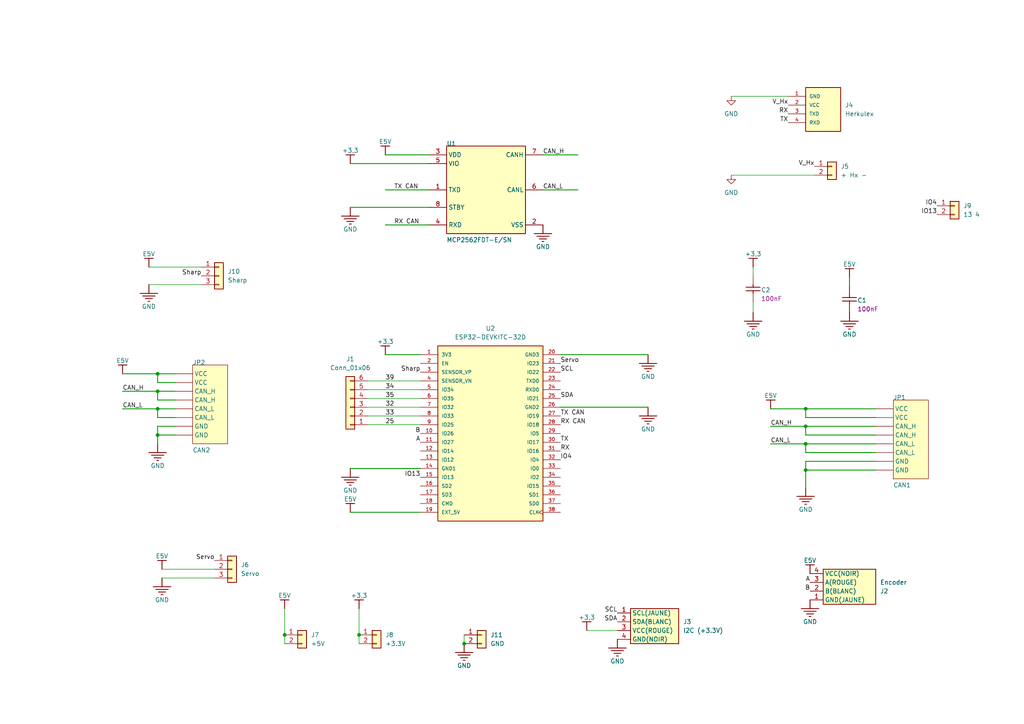
<source format=kicad_sch>
(kicad_sch (version 20230121) (generator eeschema)
  (paper "A4")
  (title_block (title "CaptCouleur") (rev "V0.0"))
  (lib_symbols
    (symbol "0_Ge2:ESP32-DEVKITC-32D" (pin_names (offset 1.016))
      (property "Reference" "U" (at -15.2654 26.0604 0))
      (property "Value" "ESP32-DEVKITC-32D" (at -15.2654 -27.9654 0))
      (symbol "ESP32-DEVKITC-32D_0_0"
        (rectangle (start -15.24 -25.4) (end 15.24 25.4) (stroke (width 0.254)) (fill (type background)))
        (pin power_in line (at -20.32 22.86 0) (length 5.08) (name "3V3") (number "1"))
        (pin bidirectional line (at -20.32 0 0) (length 5.08) (name "IO26") (number "10"))
        (pin bidirectional line (at -20.32 -2.54 0) (length 5.08) (name "IO27") (number "11"))
        (pin bidirectional line (at -20.32 -5.08 0) (length 5.08) (name "IO14") (number "12"))
        (pin bidirectional line (at -20.32 -7.62 0) (length 5.08) (name "IO12") (number "13"))
        (pin power_in line (at -20.32 -10.16 0) (length 5.08) (name "GND1") (number "14"))
        (pin bidirectional line (at -20.32 -12.7 0) (length 5.08) (name "IO13") (number "15"))
        (pin bidirectional line (at -20.32 -15.24 0) (length 5.08) (name "SD2") (number "16"))
        (pin bidirectional line (at -20.32 -17.78 0) (length 5.08) (name "SD3") (number "17"))
        (pin bidirectional line (at -20.32 -20.32 0) (length 5.08) (name "CMD") (number "18"))
        (pin power_in line (at -20.32 -22.86 0) (length 5.08) (name "EXT_5V") (number "19"))
        (pin input line (at -20.32 20.32 0) (length 5.08) (name "EN") (number "2"))
        (pin power_in line (at 20.32 22.86 180) (length 5.08) (name "GND3") (number "20"))
        (pin bidirectional line (at 20.32 20.32 180) (length 5.08) (name "IO23") (number "21"))
        (pin bidirectional line (at 20.32 17.78 180) (length 5.08) (name "IO22") (number "22"))
        (pin output line (at 20.32 15.24 180) (length 5.08) (name "TXD0") (number "23"))
        (pin input line (at 20.32 12.7 180) (length 5.08) (name "RXD0") (number "24"))
        (pin bidirectional line (at 20.32 10.16 180) (length 5.08) (name "IO21") (number "25"))
        (pin power_in line (at 20.32 7.62 180) (length 5.08) (name "GND2") (number "26"))
        (pin bidirectional line (at 20.32 5.08 180) (length 5.08) (name "IO19") (number "27"))
        (pin bidirectional line (at 20.32 2.54 180) (length 5.08) (name "IO18") (number "28"))
        (pin bidirectional line (at 20.32 0 180) (length 5.08) (name "IO5") (number "29"))
        (pin input line (at -20.32 17.78 0) (length 5.08) (name "SENSOR_VP") (number "3"))
        (pin bidirectional line (at 20.32 -2.54 180) (length 5.08) (name "IO17") (number "30"))
        (pin bidirectional line (at 20.32 -5.08 180) (length 5.08) (name "IO16") (number "31"))
        (pin bidirectional line (at 20.32 -7.62 180) (length 5.08) (name "IO4") (number "32"))
        (pin bidirectional line (at 20.32 -10.16 180) (length 5.08) (name "IO0") (number "33"))
        (pin bidirectional line (at 20.32 -12.7 180) (length 5.08) (name "IO2") (number "34"))
        (pin bidirectional line (at 20.32 -15.24 180) (length 5.08) (name "IO15") (number "35"))
        (pin bidirectional line (at 20.32 -17.78 180) (length 5.08) (name "SD1") (number "36"))
        (pin bidirectional line (at 20.32 -20.32 180) (length 5.08) (name "SD0") (number "37"))
        (pin input clock (at 20.32 -22.86 180) (length 5.08) (name "CLK") (number "38"))
        (pin input line (at -20.32 15.24 0) (length 5.08) (name "SENSOR_VN") (number "4"))
        (pin bidirectional line (at -20.32 12.7 0) (length 5.08) (name "IO34") (number "5"))
        (pin bidirectional line (at -20.32 10.16 0) (length 5.08) (name "IO35") (number "6"))
        (pin bidirectional line (at -20.32 7.62 0) (length 5.08) (name "IO32") (number "7"))
        (pin bidirectional line (at -20.32 5.08 0) (length 5.08) (name "IO33") (number "8"))
        (pin bidirectional line (at -20.32 2.54 0) (length 5.08) (name "IO25") (number "9"))
      )
    )
    (symbol "0_Ge2:Encodeur"
      (property "Reference" "J" (at -1.27 -1.27 0))
      (property "Value" "Encoder" (at -1.27 -13.97 0))
      (symbol "Encodeur_1_1"
        (rectangle (start -1.27 -2.54) (end 13.97 -12.7) (stroke (width 0.254)) (fill (type background)))
        (pin passive line (at -5.08 -3.81 0) (length 3.81) (name "GND(JAUNE)") (number "1"))
        (pin passive line (at -5.08 -6.35 0) (length 3.81) (name "B(BLANC)") (number "2"))
        (pin passive line (at -5.08 -8.89 0) (length 3.81) (name "A(ROUGE)") (number "3"))
        (pin passive line (at -5.08 -11.43 0) (length 3.81) (name "VCC(NOIR)") (number "4"))
      )
    )
    (symbol "0_Ge2:GROVE_I2C"
      (property "Reference" "J" (at -1.27 -2.54 0))
      (property "Value" "GROVE_I2C" (at -1.27 -15.24 0))
      (symbol "GROVE_I2C_1_1"
        (rectangle (start -1.27 -3.81) (end 12.7 -13.97) (stroke (width 0.254)) (fill (type background)))
        (pin passive line (at -5.08 -5.08 0) (length 3.81) (name "SCL(JAUNE)") (number "1"))
        (pin passive line (at -5.08 -7.62 0) (length 3.81) (name "SDA(BLANC)") (number "2"))
        (pin passive line (at -5.08 -10.16 0) (length 3.81) (name "VCC(ROUGE)") (number "3"))
        (pin passive line (at -5.08 -12.7 0) (length 3.81) (name "GND(NOIR)") (number "4"))
      )
    )
    (symbol "0_Ge2:Herkulex" (pin_names (offset 1.016))
      (property "Reference" "J" (at 0 1.27 0))
      (property "Value" "Herkulex" (at 0 -15.24 0))
      (symbol "Herkulex_0_0"
        (rectangle (start 0 -12.7) (end 10.16 0) (stroke (width 0.254)) (fill (type background)))
      )
      (symbol "Herkulex_1_0"
        (pin passive line (at -5.08 -2.54 0) (length 5.08) (name "GND") (number "1"))
        (pin passive line (at -5.08 -5.08 0) (length 5.08) (name "VCC") (number "2"))
        (pin passive line (at -5.08 -7.62 0) (length 5.08) (name "TXD") (number "3"))
        (pin passive line (at -5.08 -10.16 0) (length 5.08) (name "RXD") (number "4"))
      )
    )
    (symbol "0_SymbGamelGe2_v6:Autocom2" (pin_names (offset 1.016) hide)
      (property "Reference" "J" (at 0 2.54 0))
      (property "Value" "Autocom2" (at 0 -5.08 0))
      (symbol "Autocom2_1_1"
        (rectangle (start -1.27 -2.413) (end 0 -2.667) (stroke (width 0.1524)))
        (rectangle (start -1.27 0.127) (end 0 -0.127) (stroke (width 0.1524)))
        (rectangle (start -1.27 1.27) (end 1.27 -3.81) (stroke (width 0.254)) (fill (type background)))
        (pin passive line (at -5.08 0 0) (length 3.81) (name "Pin_1") (number "1"))
        (pin passive line (at -5.08 -2.54 0) (length 3.81) (name "Pin_2") (number "2"))
      )
    )
    (symbol "0_SymbGamelGe2_v6:Autocom3" (pin_names (offset 1.016) hide)
      (property "Reference" "J" (at 0 5.08 0))
      (property "Value" "Autocom3" (at 0 -5.08 0))
      (symbol "Autocom3_1_1"
        (rectangle (start -1.27 -2.413) (end 0 -2.667) (stroke (width 0.1524)))
        (rectangle (start -1.27 0.127) (end 0 -0.127) (stroke (width 0.1524)))
        (rectangle (start -1.27 2.667) (end 0 2.413) (stroke (width 0.1524)))
        (rectangle (start -1.27 3.81) (end 1.27 -3.81) (stroke (width 0.254)) (fill (type background)))
        (pin passive line (at -5.08 2.54 0) (length 3.81) (name "Pin_1") (number "1"))
        (pin passive line (at -5.08 0 0) (length 3.81) (name "Pin_2") (number "2"))
        (pin passive line (at -5.08 -2.54 0) (length 3.81) (name "Pin_3") (number "3"))
      )
    )
    (symbol "Connector_Generic:Conn_01x02" (pin_names (offset 1.016) hide)
      (property "Reference" "J" (at 0 2.54 0))
      (property "Value" "Conn_01x02" (at 0 -5.08 0))
      (symbol "Conn_01x02_1_1"
        (rectangle (start -1.27 -2.413) (end 0 -2.667) (stroke (width 0.1524)))
        (rectangle (start -1.27 0.127) (end 0 -0.127) (stroke (width 0.1524)))
        (rectangle (start -1.27 1.27) (end 1.27 -3.81) (stroke (width 0.254)) (fill (type background)))
        (pin passive line (at -5.08 0 0) (length 3.81) (name "Pin_1") (number "1"))
        (pin passive line (at -5.08 -2.54 0) (length 3.81) (name "Pin_2") (number "2"))
      )
    )
    (symbol "Connector_Generic:Conn_01x06" (pin_names (offset 1.016) hide)
      (property "Reference" "J" (at 0 7.62 0))
      (property "Value" "Conn_01x06" (at 0 -10.16 0))
      (symbol "Conn_01x06_1_1"
        (rectangle (start -1.27 -7.493) (end 0 -7.747) (stroke (width 0.1524)))
        (rectangle (start -1.27 -4.953) (end 0 -5.207) (stroke (width 0.1524)))
        (rectangle (start -1.27 -2.413) (end 0 -2.667) (stroke (width 0.1524)))
        (rectangle (start -1.27 0.127) (end 0 -0.127) (stroke (width 0.1524)))
        (rectangle (start -1.27 2.667) (end 0 2.413) (stroke (width 0.1524)))
        (rectangle (start -1.27 5.207) (end 0 4.953) (stroke (width 0.1524)))
        (rectangle (start -1.27 6.35) (end 1.27 -8.89) (stroke (width 0.254)) (fill (type background)))
        (pin passive line (at -5.08 5.08 0) (length 3.81) (name "Pin_1") (number "1"))
        (pin passive line (at -5.08 2.54 0) (length 3.81) (name "Pin_2") (number "2"))
        (pin passive line (at -5.08 0 0) (length 3.81) (name "Pin_3") (number "3"))
        (pin passive line (at -5.08 -2.54 0) (length 3.81) (name "Pin_4") (number "4"))
        (pin passive line (at -5.08 -5.08 0) (length 3.81) (name "Pin_5") (number "5"))
        (pin passive line (at -5.08 -7.62 0) (length 3.81) (name "Pin_6") (number "6"))
      )
    )
    (symbol "WifiCAN-altium-import:+3,3" (power)
      (property "Reference" "#PWR" (at 0 0 0))
      (property "Value" "+3,3" (at 0 3.81 0))
      (symbol "+3,3_0_0"
        (polyline (pts (xy -1.27 -2.54) (xy 1.27 -2.54)) (stroke (width 0.254)))
        (polyline (pts (xy 0 0) (xy 0 -2.54)) (stroke (width 0.254)))
        (pin power_in line (at 0 0 0) (length 0) hide (name "+3,3") (number ""))
      )
    )
    (symbol "WifiCAN-altium-import:0_Conn. - CAN"
      (property "Value" "0_Conn. - CAN" (at 0 0 0))
      (symbol "0_Conn. - CAN_1_0"
        (rectangle (start 15.24 5.08) (end 5.08 -17.78) (fill (type background)))
        (pin passive line (at 0 0 0) (length 5.08) (name "VCC") (number "1"))
        (pin passive line (at 0 -12.7 0) (length 5.08) (name "GND") (number "2"))
        (pin passive line (at 0 -10.16 0) (length 5.08) (name "CAN_L") (number "3"))
        (pin passive line (at 0 -5.08 0) (length 5.08) (name "CAN_H") (number "4"))
        (pin passive line (at 0 -2.54 0) (length 5.08) (name "CAN_H") (number "5"))
        (pin passive line (at 0 -7.62 0) (length 5.08) (name "CAN_L") (number "6"))
        (pin passive line (at 0 -15.24 0) (length 5.08) (name "GND") (number "7"))
        (pin passive line (at 0 2.54 0) (length 5.08) (name "VCC") (number "8"))
      )
    )
    (symbol "WifiCAN-altium-import:0_fcb6c66e4429206983adab9201371df"
      (property "Value" "0_fcb6c66e4429206983adab9201371df" (at 0 0 0))
      (symbol "0_fcb6c66e4429206983adab9201371df_1_0"
        (rectangle (start 27.94 2.54) (end 5.08 -22.86) (stroke (width 0.254)) (fill (type background)))
        (pin input line (at 0 -10.16 0) (length 5.08) (name "TXD") (number "1"))
        (pin power_in line (at 33.02 -20.32 180) (length 5.08) (name "VSS") (number "2"))
        (pin power_in line (at 0 0 0) (length 5.08) (name "VDD") (number "3"))
        (pin output line (at 0 -20.32 0) (length 5.08) (name "RXD") (number "4"))
        (pin power_in line (at 0 -2.54 0) (length 5.08) (name "VIO") (number "5"))
        (pin bidirectional line (at 33.02 -10.16 180) (length 5.08) (name "CANL") (number "6"))
        (pin bidirectional line (at 33.02 0 180) (length 5.08) (name "CANH") (number "7"))
        (pin input line (at 0 -15.24 0) (length 5.08) (name "STBY") (number "8"))
      )
    )
    (symbol "WifiCAN-altium-import:1_Cap_np"
      (property "Value" "1_Cap_np" (at 0 0 0))
      (symbol "1_Cap_np_1_0"
        (polyline (pts (xy -2.032 4.318) (xy 2.032 4.318)) (stroke (width 0.254)))
        (polyline (pts (xy 0 2.54) (xy 0 3.302)) (stroke (width 0.254)))
        (polyline (pts (xy 0 5.08) (xy 0 4.318)) (stroke (width 0.254)))
        (polyline (pts (xy 2.032 3.302) (xy -2.032 3.302)) (stroke (width 0.254)))
        (pin passive line (at 0 0 90) (length 2.54) (name "1") (number "1"))
        (pin passive line (at 0 7.62 270) (length 2.54) (name "2") (number "2"))
      )
    )
    (symbol "WifiCAN-altium-import:E5V" (power)
      (property "Reference" "#PWR" (at 0 0 0))
      (property "Value" "E5V" (at 0 3.81 0))
      (symbol "E5V_0_0"
        (polyline (pts (xy -1.27 -2.54) (xy 1.27 -2.54)) (stroke (width 0.254)))
        (polyline (pts (xy 0 0) (xy 0 -2.54)) (stroke (width 0.254)))
        (pin power_in line (at 0 0 0) (length 0) hide (name "E5V") (number ""))
      )
    )
    (symbol "WifiCAN-altium-import:GND" (power)
      (property "Reference" "#PWR" (at 0 0 0))
      (property "Value" "GND" (at 0 6.35 0))
      (symbol "GND_0_0"
        (polyline (pts (xy -2.54 -2.54) (xy 2.54 -2.54)) (stroke (width 0.254)))
        (polyline (pts (xy -1.778 -3.302) (xy 1.778 -3.302)) (stroke (width 0.254)))
        (polyline (pts (xy -1.016 -4.064) (xy 1.016 -4.064)) (stroke (width 0.254)))
        (polyline (pts (xy -0.254 -4.826) (xy 0.254 -4.826)) (stroke (width 0.254)))
        (polyline (pts (xy 0 0) (xy 0 -2.54)) (stroke (width 0.254)))
        (pin power_in line (at 0 0 0) (length 0) hide (name "GND") (number ""))
      )
    )
    (symbol "power:GND" (power) (pin_names (offset 0))
      (property "Value" "GND" (at 0 -3.81 0))
      (symbol "GND_0_1"
        (polyline (pts (xy 0 0) (xy 0 -1.27) (xy 1.27 -1.27) (xy 0 -2.54) (xy -1.27 -1.27) (xy 0 -1.27)))
      )
      (symbol "GND_1_1"
        (pin power_in line (at 0 0 270) (length 0) hide (name "GND") (number "1"))
      )
    )
  )
  (junction (at 134.62 186.69))
  (junction (at 45.72 108.4072))
  (junction (at 233.68 118.5672))
  (junction (at 45.72 118.5672))
  (junction (at 233.68 123.6472))
  (junction (at 82.55 184.15))
  (junction (at 104.14 184.15))
  (junction (at 233.68 136.3472))
  (junction (at 45.72 113.4872))
  (junction (at 233.68 128.7272))
  (junction (at 45.72 126.1872))
  (wire (pts (xy 111.76 44.9072) (xy 124.46 44.9072)) (stroke (width 0.254)))
  (wire (pts (xy 233.68 126.1872) (xy 233.68 123.6472)) (stroke (width 0.254)))
  (wire (pts (xy 45.72 123.6472) (xy 45.72 126.1872)) (stroke (width 0.254)))
  (wire (pts (xy 223.52 123.6472) (xy 233.68 123.6472)) (stroke (width 0.254)))
  (wire (pts (xy 170.18 182.88) (xy 179.07 182.88)))
  (wire (pts (xy 233.68 121.1072) (xy 233.68 118.5672)) (stroke (width 0.254)))
  (wire (pts (xy 82.55 176.53) (xy 82.55 184.15)))
  (wire (pts (xy 45.72 108.4072) (xy 50.8 108.4072)) (stroke (width 0.254)))
  (wire (pts (xy 104.14 184.15) (xy 104.14 186.69)))
  (wire (pts (xy 233.68 136.3472) (xy 233.68 141.4272)) (stroke (width 0.254)))
  (wire (pts (xy 106.68 113.03) (xy 121.92 113.03)))
  (wire (pts (xy 246.38 80.4672) (xy 246.38 83.0072)) (stroke (width 0.254)))
  (wire (pts (xy 233.68 128.7272) (xy 254 128.7272)) (stroke (width 0.254)))
  (wire (pts (xy 101.6 148.59) (xy 121.92 148.59)) (stroke (width 0.254)))
  (wire (pts (xy 233.68 123.6472) (xy 254 123.6472)) (stroke (width 0.254)))
  (wire (pts (xy 111.76 55.0672) (xy 124.46 55.0672)) (stroke (width 0.254)))
  (wire (pts (xy 45.72 126.1872) (xy 45.72 128.7272)) (stroke (width 0.254)))
  (wire (pts (xy 254 126.1872) (xy 233.68 126.1872)) (stroke (width 0.254)))
  (wire (pts (xy 254 121.1072) (xy 233.68 121.1072)) (stroke (width 0.254)))
  (wire (pts (xy 35.56 108.4072) (xy 45.72 108.4072)) (stroke (width 0.254)))
  (wire (pts (xy 111.76 102.87) (xy 121.92 102.87)) (stroke (width 0.254)))
  (wire (pts (xy 134.62 184.15) (xy 134.62 186.69)))
  (wire (pts (xy 43.18 77.47) (xy 58.42 77.47)))
  (wire (pts (xy 101.6 47.4472) (xy 124.46 47.4472)) (stroke (width 0.254)))
  (wire (pts (xy 35.56 113.4872) (xy 45.72 113.4872)) (stroke (width 0.254)))
  (wire (pts (xy 106.68 120.65) (xy 121.92 120.65)))
  (wire (pts (xy 101.6 135.89) (xy 121.92 135.89)) (stroke (width 0.254)))
  (wire (pts (xy 101.6 60.1472) (xy 124.46 60.1472)) (stroke (width 0.254)))
  (wire (pts (xy 212.09 27.94) (xy 228.6 27.94)))
  (wire (pts (xy 106.68 123.19) (xy 121.92 123.19)))
  (wire (pts (xy 82.55 184.15) (xy 82.55 186.69)))
  (wire (pts (xy 162.56 118.11) (xy 187.96 118.11)) (stroke (width 0.254)))
  (wire (pts (xy 223.52 128.7272) (xy 233.68 128.7272)) (stroke (width 0.254)))
  (wire (pts (xy 46.99 167.64) (xy 62.23 167.64)))
  (wire (pts (xy 162.56 102.87) (xy 187.96 102.87)) (stroke (width 0.254)))
  (wire (pts (xy 233.68 133.8072) (xy 233.68 136.3472)) (stroke (width 0.254)))
  (wire (pts (xy 254 131.2672) (xy 233.68 131.2672)) (stroke (width 0.254)))
  (wire (pts (xy 218.44 80.01) (xy 218.44 77.47)))
  (wire (pts (xy 46.99 165.1) (xy 62.23 165.1)))
  (wire (pts (xy 106.68 118.11) (xy 121.92 118.11)))
  (wire (pts (xy 50.8 121.1072) (xy 45.72 121.1072)) (stroke (width 0.254)))
  (wire (pts (xy 106.68 115.57) (xy 121.92 115.57)))
  (wire (pts (xy 45.72 116.0272) (xy 45.72 113.4872)) (stroke (width 0.254)))
  (wire (pts (xy 50.8 116.0272) (xy 45.72 116.0272)) (stroke (width 0.254)))
  (wire (pts (xy 45.72 113.4872) (xy 50.8 113.4872)) (stroke (width 0.254)))
  (wire (pts (xy 35.56 118.5672) (xy 45.72 118.5672)) (stroke (width 0.254)))
  (wire (pts (xy 106.68 110.49) (xy 121.92 110.49)))
  (wire (pts (xy 233.68 118.5672) (xy 254 118.5672)) (stroke (width 0.254)))
  (wire (pts (xy 50.8 126.1872) (xy 45.72 126.1872)) (stroke (width 0.254)))
  (wire (pts (xy 50.8 123.6472) (xy 45.72 123.6472)) (stroke (width 0.254)))
  (wire (pts (xy 50.8 110.9472) (xy 45.72 110.9472)) (stroke (width 0.254)))
  (wire (pts (xy 45.72 110.9472) (xy 45.72 108.4072)) (stroke (width 0.254)))
  (wire (pts (xy 223.52 118.5672) (xy 233.68 118.5672)) (stroke (width 0.254)))
  (wire (pts (xy 233.68 131.2672) (xy 233.68 128.7272)) (stroke (width 0.254)))
  (wire (pts (xy 254 136.3472) (xy 233.68 136.3472)) (stroke (width 0.254)))
  (wire (pts (xy 167.64 44.9072) (xy 157.48 44.9072)) (stroke (width 0.254)))
  (wire (pts (xy 43.18 82.55) (xy 58.42 82.55)))
  (wire (pts (xy 104.14 176.53) (xy 104.14 184.15)))
  (wire (pts (xy 167.64 55.0672) (xy 157.48 55.0672)) (stroke (width 0.254)))
  (wire (pts (xy 45.72 121.1072) (xy 45.72 118.5672)) (stroke (width 0.254)))
  (wire (pts (xy 212.09 50.8) (xy 236.22 50.8)))
  (wire (pts (xy 254 133.8072) (xy 233.68 133.8072)) (stroke (width 0.254)))
  (wire (pts (xy 45.72 118.5672) (xy 50.8 118.5672)) (stroke (width 0.254)))
  (wire (pts (xy 218.44 87.63) (xy 218.44 90.6272)))
  (wire (pts (xy 111.76 65.2272) (xy 124.46 65.2272)) (stroke (width 0.254)))
  (label "SCL" (at 162.56 107.95 0))
  (label "SCL" (at 179.07 177.8 180))
  (label "Sharp" (at 58.42 80.01 180))
  (label "IO13" (at 271.78 62.23 180))
  (label "33" (at 111.76 120.65 0))
  (label "A" (at 234.95 168.91 180))
  (label "CAN_H" (at 223.52 123.6472 0))
  (label "RX CAN" (at 162.56 123.19 0))
  (label "39" (at 111.76 110.49 0))
  (label "Servo" (at 62.23 162.56 180))
  (label "V_Hx" (at 236.22 48.26 180))
  (label "TX" (at 228.6 35.56 180))
  (label "CAN_L" (at 223.52 128.7272 0))
  (label "25" (at 111.76 123.19 0))
  (label "RX" (at 228.6 33.02 180))
  (label "TX CAN" (at 162.56 120.65 0))
  (label "RX" (at 162.56 130.81 0))
  (label "TX" (at 162.56 128.27 0))
  (label "V_Hx" (at 228.6 30.48 180))
  (label "B" (at 121.92 125.73 180))
  (label "CAN_L" (at 157.48 55.0672 0))
  (label "A" (at 121.92 128.27 180))
  (label "32" (at 111.76 118.11 0))
  (label "TX CAN" (at 114.3 55.0672 0))
  (label "Servo" (at 162.56 105.41 0))
  (label "CAN_H" (at 35.56 113.4872 0))
  (label "B" (at 234.95 171.45 180))
  (label "34" (at 111.76 113.03 0))
  (label "IO4" (at 162.56 133.35 0))
  (label "CAN_L" (at 35.56 118.5672 0))
  (label "SDA" (at 162.56 115.57 0))
  (label "SDA" (at 179.07 180.34 180))
  (label "35" (at 111.76 115.57 0))
  (label "RX CAN" (at 114.3 65.2272 0))
  (label "IO13" (at 121.92 138.43 180))
  (label "Sharp" (at 121.92 107.95 180))
  (label "IO4" (at 271.78 59.69 180))
  (label "CAN_H" (at 157.48 44.9072 0))
  (symbol (lib_id "WifiCAN-altium-import:0_Conn. - CAN") (at 254 121.1072 0) (unit 1)
    (property "Reference" "JP1" (at 259.08 116.0272 0) (effects (justify left bottom)))
    (property "Value" "CAN1" (at 259.08 141.4272 0) (effects (justify left bottom)))
    (property "Footprint" "MM 8 CMS F" (effects hide))
    (property "COMPONENTLINK1URL" "http://www.tycoelectronics.com/commerce/DocumentDelivery/DDEController?Action=srchrtrv&DocNm=215083&DocType=Customer+Drawing&DocLang=English" (effects hide))
    (property "COMPONENTLINK1DESCRIPTION" "Datasheet" (effects hide))
    (property "SUPPLIER 1" "Farnell" (effects hide))
    (property "SUPPLIER PART NUMBER 1" "3784733" (effects hide))
    (property "MANUFACTURER" "TE CONNECTIVITY / AMP" (effects hide))
    (property "MANUFACTURER PART NUMBER" "7-188275-8" (effects hide))
    (property "ROHS" "YES" (effects hide))
    (property "STOCK 1" "13392" (effects hide))
    (property "PRICING 1" "10=0,92, 250=0,72, 900=0,64 (EUR)" (effects hide))
    (property "SÉRIE" "Micro-MaTch" (effects hide))
    (property "PAS" "1.27" (effects hide))
    (property "NOMBRE DE RANGÉES" "1" (effects hide))
    (property "NOMBRE DE CONTACTS" "8" (effects hide))
    (property "GENRE" "Embase" (effects hide))
    (property "TERMINAISON DU CONTACT" "Montage en surface vertical" (effects hide))
    (property "PLAQUAGE DU CONTACT" "Tin" (effects hide))
    (property "MATÉRIAU DU CONTACT" "Bronze phosphoreux" (effects hide))
    (property "CONNECTOR TYPE" "Board to Board" (effects hide))
    (property "COURANT DE CONTACT" "1.5" (effects hide))
    (property "MATIÈRE, CONTACT" "Bronze phosphoreux" (effects hide))
    (property "MÉTHODE DE TERMINAISON" "Solder" (effects hide))
    (property "NOMBRE DE PÂLES" "8" (effects hide))
    (property "NOMBRE DE VOIES" "8" (effects hide))
    (property "NUMÉRO AWG MAX.." "28" (effects hide))
    (property "PLAQUAGE CONTACT" "Etain / Plomb" (effects hide))
    (property "RÉSISTANCE, CONTACT" "50" (effects hide))
    (property "TEMPÉRATURE DE FONCTIONNEMENT MAX.." "105" (effects hide))
    (property "TEMPÉRATURE D'UTILISATION MIN" "-40" (effects hide))
    (property "TENSION C.A." "230" (effects hide))
    (property "TYPE DE BOITIER" "Polyester chargé verre" (effects hide))
    (property "TYPE DE CONNECTEUR" "Carte-à-carte" (effects hide))
    (property "COMPONENTLINK2URL" "http://www.tycoelectronics.com/commerce/DocumentDelivery/DDEController?Action=srchrtrv&DocNm=7-188275-8&DocType=Customer+View+Model&DocLang=English" (effects hide))
    (property "COMPONENTLINK2DESCRIPTION" "http://www.tycoelectronics.com/commerce/DocumentDelivery/DDEController?Action=srchrtrv&DocNm=7-188275-8&DocType=Customer+View+Model&DocLang=English" (effects hide))
    (property "COMPONENTLINK3URL" "http://www.farnell.com/datasheets/102135.pdf" (effects hide))
    (property "COMPONENTLINK3DESCRIPTION" "http://www.farnell.com/datasheets/102135.pdf" (effects hide))
  )
  (symbol (lib_id "WifiCAN-altium-import:GND") (at 234.95 173.99 0) (unit 1)
    (property "Reference" "#PWR03" (effects hide))
    (property "Value" "GND" (at 234.95 180.34 0))
  )
  (symbol (lib_id "WifiCAN-altium-import:E5V") (at 234.95 166.37 180) (unit 1)
    (property "Reference" "#PWR02" (effects hide))
    (property "Value" "E5V" (at 234.95 162.56 0))
  )
  (symbol (lib_id "WifiCAN-altium-import:GND") (at 43.18 82.55 0) (unit 1)
    (property "Reference" "#PWR016" (effects hide))
    (property "Value" "GND" (at 43.18 88.9 0))
  )
  (symbol (lib_id "0_Ge2:Herkulex") (at 233.68 25.4 0) (unit 1)
    (property "Reference" "J4" (at 245.11 30.48 0) (effects (justify left)))
    (property "Value" "Herkulex" (at 245.11 33.02 0) (effects (justify left)))
    (property "Footprint" "0_FootprintGe2:TE_292161-4" (effects hide))
    (property "Datasheet" "TE_292161-4" (effects hide))
    (property "Description" "\nConn, Rect,Wire to Board,PCB Plug,4 Cont,Thru-Hole,MT Series,0.079 Pin-Spng | TE Connectivity 292161-4\n" (effects hide))
    (property "MANUFACTURER" "TE Connectivity" (effects hide))
  )
  (symbol (lib_id "WifiCAN-altium-import:GND") (at 46.99 167.64 0) (unit 1)
    (property "Reference" "#PWR09" (effects hide))
    (property "Value" "GND" (at 46.99 173.99 0))
  )
  (symbol (lib_id "power:GND") (at 212.09 27.94 0) (unit 1)
    (property "Reference" "#PWR06" (effects hide))
    (property "Value" "GND" (at 212.09 33.02 0))
  )
  (symbol (lib_id "WifiCAN-altium-import:GND") (at 187.96 118.11 0) (unit 1)
    (property "Reference" "#PWR0106" (effects hide))
    (property "Value" "GND" (at 187.96 124.46 0))
  )
  (symbol (lib_id "WifiCAN-altium-import:+3,3") (at 170.18 182.88 180) (unit 1)
    (property "Reference" "#PWR05" (effects hide))
    (property "Value" "+3,3" (at 170.18 179.07 0))
  )
  (symbol (lib_id "0_Ge2:Encodeur") (at 240.03 177.8 0) (mirror x) (unit 1)
    (property "Reference" "J2" (at 255.27 171.45 0) (effects (justify left)))
    (property "Value" "Encoder" (at 255.27 168.91 0) (effects (justify left)))
    (property "Footprint" "0_FootprintGe2:SEEED_110990030" (effects hide))
  )
  (symbol (lib_id "WifiCAN-altium-import:GND") (at 218.44 90.6272 0) (unit 1)
    (property "Reference" "#PWR0104" (effects hide))
    (property "Value" "GND" (at 218.44 96.9772 0))
  )
  (symbol (lib_id "WifiCAN-altium-import:E5V") (at 82.55 176.53 180) (unit 1)
    (property "Reference" "#PWR014" (effects hide))
    (property "Value" "E5V" (at 82.55 172.72 0))
  )
  (symbol (lib_id "WifiCAN-altium-import:+3,3") (at 111.76 102.87 180) (unit 1)
    (property "Reference" "#PWR0111" (effects hide))
    (property "Value" "+3,3" (at 111.76 99.06 0))
  )
  (symbol (lib_id "WifiCAN-altium-import:GND") (at 246.38 90.6272 0) (unit 1)
    (property "Reference" "#PWR0105" (effects hide))
    (property "Value" "GND" (at 246.38 96.9772 0))
  )
  (symbol (lib_id "power:GND") (at 212.09 50.8 0) (unit 1)
    (property "Reference" "#PWR07" (effects hide))
    (property "Value" "GND" (at 212.09 55.88 0))
  )
  (symbol (lib_id "WifiCAN-altium-import:E5V") (at 43.18 77.47 180) (unit 1)
    (property "Reference" "#PWR015" (effects hide))
    (property "Value" "E5V" (at 43.18 73.66 0))
  )
  (symbol (lib_id "WifiCAN-altium-import:GND") (at 179.07 185.42 0) (unit 1)
    (property "Reference" "#PWR04" (effects hide))
    (property "Value" "GND" (at 179.07 191.77 0))
  )
  (symbol (lib_id "0_SymbGamelGe2_v6:Autocom3") (at 67.31 165.1 0) (unit 1)
    (property "Reference" "J6" (at 69.85 163.83 0) (effects (justify left)))
    (property "Value" "Servo" (at 69.85 166.37 0) (effects (justify left)))
    (property "Footprint" "FootprintGamelGe2_v6:Autocom3" (effects hide))
  )
  (symbol (lib_id "Connector_Generic:Conn_01x02") (at 139.7 184.15 0) (unit 1)
    (property "Reference" "J11" (at 142.24 184.15 0) (effects (justify left)))
    (property "Value" "GND" (at 142.24 186.69 0) (effects (justify left)))
    (property "Footprint" "Connector_PinHeader_2.54mm:PinHeader_1x02_P2.54mm_Vertical" (effects hide))
  )
  (symbol (lib_id "WifiCAN-altium-import:E5V") (at 101.6 148.59 180) (unit 1)
    (property "Reference" "#PWR0110" (effects hide))
    (property "Value" "E5V" (at 101.6 144.78 0))
  )
  (symbol (lib_id "WifiCAN-altium-import:GND") (at 101.6 135.89 0) (unit 1)
    (property "Reference" "#PWR0112" (effects hide))
    (property "Value" "GND" (at 101.6 142.24 0))
  )
  (symbol (lib_id "0_SymbGamelGe2_v6:Autocom3") (at 63.5 80.01 0) (unit 1)
    (property "Reference" "J10" (at 66.04 78.74 0) (effects (justify left)))
    (property "Value" "Sharp" (at 66.04 81.28 0) (effects (justify left)))
    (property "Footprint" "FootprintGamelGe2_v6:Autocom3" (effects hide))
  )
  (symbol (lib_id "Connector_Generic:Conn_01x06") (at 101.6 118.11 180) (unit 1)
    (property "Reference" "J1" (at 101.6 104.14 0))
    (property "Value" "Conn_01x06" (at 101.6 106.68 0))
    (property "Footprint" "Connector_PinHeader_2.54mm:PinHeader_1x06_P2.54mm_Vertical" (effects hide))
  )
  (symbol (lib_id "Connector_Generic:Conn_01x02") (at 276.86 59.69 0) (unit 1)
    (property "Reference" "J9" (at 279.4 59.69 0) (effects (justify left)))
    (property "Value" "13 4" (at 279.4 62.23 0) (effects (justify left)))
    (property "Footprint" "Connector_PinHeader_2.54mm:PinHeader_1x02_P2.54mm_Vertical" (effects hide))
  )
  (symbol (lib_id "WifiCAN-altium-import:+3,3") (at 218.44 77.47 180) (unit 1)
    (property "Reference" "#PWR01" (effects hide))
    (property "Value" "+3,3" (at 218.44 73.66 0))
  )
  (symbol (lib_id "WifiCAN-altium-import:+3,3") (at 101.6 47.4472 180) (unit 1)
    (property "Reference" "#PWR0116" (effects hide))
    (property "Value" "+3,3" (at 101.6 43.6372 0))
  )
  (symbol (lib_id "0_Ge2:GROVE_I2C") (at 184.15 172.72 0) (unit 1)
    (property "Reference" "J3" (at 198.12 180.34 0) (effects (justify left)))
    (property "Value" "I2C (+3.3V)" (at 198.12 182.88 0) (effects (justify left)))
    (property "Footprint" "0_FootprintGe2:SEEED_110990030" (effects hide))
  )
  (symbol (lib_id "WifiCAN-altium-import:GND") (at 233.68 141.4272 0) (unit 1)
    (property "Reference" "#PWR0101" (effects hide))
    (property "Value" "GND" (at 233.68 147.7772 0))
  )
  (symbol (lib_id "WifiCAN-altium-import:0_fcb6c66e4429206983adab9201371df") (at 124.46 44.9072 0) (unit 1)
    (property "Reference" "U1" (at 129.54 42.3672 0) (effects (justify left bottom)))
    (property "Value" "MCP2562FDT-E/SN" (at 129.54 70.3072 0) (effects (justify left bottom)))
    (property "Footprint" "FP-C04-057-SN-MFG" (effects hide))
    (property "WEIGHT" "0.019048oz" (effects hide))
    (property "PACKAGE QUANTITY" "3300" (effects hide))
    (property "CASE/PACKAGE" "SOIC" (effects hide))
    (property "OPERATING SUPPLY CURRENT" "70mA" (effects hide))
    (property "MOUNT" "Surface Mount" (effects hide))
    (property "DATA RATE" "8Mbps" (effects hide))
    (property "NUMBER OF TRANSCEIVERS" "1" (effects hide))
    (property "MAX OPERATING TEMPERATURE" "125°C" (effects hide))
    (property "MIN OPERATING TEMPERATURE" "-40°C" (effects hide))
    (property "RECEIVER HYSTERESIS" "200mV" (effects hide))
    (property "PACKAGING" "Tape and Reel" (effects hide))
    (property "MAX SUPPLY VOLTAGE" "5.5V" (effects hide))
    (property "NUMBER OF PINS" "8" (effects hide))
    (property "MIN SUPPLY VOLTAGE" "4.5V" (effects hide))
  )
  (symbol (lib_id "WifiCAN-altium-import:+3,3") (at 104.14 176.53 180) (unit 1)
    (property "Reference" "#PWR011" (effects hide))
    (property "Value" "+3,3" (at 104.14 172.72 0))
  )
  (symbol (lib_id "WifiCAN-altium-import:GND") (at 157.48 65.2272 0) (unit 1)
    (property "Reference" "#PWR0114" (effects hide))
    (property "Value" "GND" (at 157.48 71.5772 0))
  )
  (symbol (lib_id "Connector_Generic:Conn_01x02") (at 109.22 184.15 0) (unit 1)
    (property "Reference" "J8" (at 111.76 184.15 0) (effects (justify left)))
    (property "Value" "+3.3V" (at 111.76 186.69 0) (effects (justify left)))
    (property "Footprint" "Connector_PinHeader_2.54mm:PinHeader_1x02_P2.54mm_Vertical" (effects hide))
  )
  (symbol (lib_id "WifiCAN-altium-import:E5V") (at 246.38 80.4672 180) (unit 1)
    (property "Reference" "#PWR0102" (effects hide))
    (property "Value" "E5V" (at 246.38 76.6572 0))
  )
  (symbol (lib_id "0_Ge2:ESP32-DEVKITC-32D") (at 142.24 125.73 0) (unit 1)
    (property "Reference" "U2" (at 142.24 95.25 0))
    (property "Value" "ESP32-DEVKITC-32D" (at 142.24 97.79 0))
    (property "Footprint" "0_FootprintGe2:MODULE_ESP32-DEVKITC-32D" (effects hide))
    (property "PARTREV" "4" (effects hide))
    (property "MANUFACTURER" "Espressif Systems" (effects hide))
  )
  (symbol (lib_id "WifiCAN-altium-import:0_Conn. - CAN") (at 50.8 110.9472 0) (unit 1)
    (property "Reference" "JP2" (at 55.88 105.8672 0) (effects (justify left bottom)))
    (property "Value" "CAN2" (at 55.88 131.2672 0) (effects (justify left bottom)))
    (property "Footprint" "MM 8 CMS F" (effects hide))
    (property "COMPONENTLINK1URL" "http://www.tycoelectronics.com/commerce/DocumentDelivery/DDEController?Action=srchrtrv&DocNm=215083&DocType=Customer+Drawing&DocLang=English" (effects hide))
    (property "COMPONENTLINK1DESCRIPTION" "Datasheet" (effects hide))
    (property "SUPPLIER 1" "Farnell" (effects hide))
    (property "SUPPLIER PART NUMBER 1" "3784733" (effects hide))
    (property "MANUFACTURER" "TE CONNECTIVITY / AMP" (effects hide))
    (property "MANUFACTURER PART NUMBER" "7-188275-8" (effects hide))
    (property "ROHS" "YES" (effects hide))
    (property "STOCK 1" "13392" (effects hide))
    (property "PRICING 1" "10=0,92, 250=0,72, 900=0,64 (EUR)" (effects hide))
    (property "SÉRIE" "Micro-MaTch" (effects hide))
    (property "PAS" "1.27" (effects hide))
    (property "NOMBRE DE RANGÉES" "1" (effects hide))
    (property "NOMBRE DE CONTACTS" "8" (effects hide))
    (property "GENRE" "Embase" (effects hide))
    (property "TERMINAISON DU CONTACT" "Montage en surface vertical" (effects hide))
    (property "PLAQUAGE DU CONTACT" "Tin" (effects hide))
    (property "MATÉRIAU DU CONTACT" "Bronze phosphoreux" (effects hide))
    (property "CONNECTOR TYPE" "Board to Board" (effects hide))
    (property "COURANT DE CONTACT" "1.5" (effects hide))
    (property "MATIÈRE, CONTACT" "Bronze phosphoreux" (effects hide))
    (property "MÉTHODE DE TERMINAISON" "Solder" (effects hide))
    (property "NOMBRE DE PÂLES" "8" (effects hide))
    (property "NOMBRE DE VOIES" "8" (effects hide))
    (property "NUMÉRO AWG MAX.." "28" (effects hide))
    (property "PLAQUAGE CONTACT" "Etain / Plomb" (effects hide))
    (property "RÉSISTANCE, CONTACT" "50" (effects hide))
    (property "TEMPÉRATURE DE FONCTIONNEMENT MAX.." "105" (effects hide))
    (property "TEMPÉRATURE D'UTILISATION MIN" "-40" (effects hide))
    (property "TENSION C.A." "230" (effects hide))
    (property "TYPE DE BOITIER" "Polyester chargé verre" (effects hide))
    (property "TYPE DE CONNECTEUR" "Carte-à-carte" (effects hide))
    (property "COMPONENTLINK2URL" "http://www.tycoelectronics.com/commerce/DocumentDelivery/DDEController?Action=srchrtrv&DocNm=7-188275-8&DocType=Customer+View+Model&DocLang=English" (effects hide))
    (property "COMPONENTLINK2DESCRIPTION" "http://www.tycoelectronics.com/commerce/DocumentDelivery/DDEController?Action=srchrtrv&DocNm=7-188275-8&DocType=Customer+View+Model&DocLang=English" (effects hide))
    (property "COMPONENTLINK3URL" "http://www.farnell.com/datasheets/102135.pdf" (effects hide))
    (property "COMPONENTLINK3DESCRIPTION" "http://www.farnell.com/datasheets/102135.pdf" (effects hide))
  )
  (symbol (lib_id "WifiCAN-altium-import:E5V") (at 111.76 44.9072 180) (unit 1)
    (property "Reference" "#PWR0115" (effects hide))
    (property "Value" "E5V" (at 111.76 41.0972 0))
  )
  (symbol (lib_id "WifiCAN-altium-import:GND") (at 134.62 186.69 0) (unit 1)
    (property "Reference" "#PWR012" (effects hide))
    (property "Value" "GND" (at 134.62 193.04 0))
  )
  (symbol (lib_id "WifiCAN-altium-import:GND") (at 187.96 102.87 0) (unit 1)
    (property "Reference" "#PWR0107" (effects hide))
    (property "Value" "GND" (at 187.96 109.22 0))
  )
  (symbol (lib_id "WifiCAN-altium-import:E5V") (at 35.56 108.4072 180) (unit 1)
    (property "Reference" "#PWR0109" (effects hide))
    (property "Value" "E5V" (at 35.56 104.5972 0))
  )
  (symbol (lib_id "0_SymbGamelGe2_v6:Autocom2") (at 241.3 48.26 0) (unit 1)
    (property "Reference" "J5" (at 243.84 48.26 0) (effects (justify left)))
    (property "Value" "+ Hx -" (at 243.84 50.8 0) (effects (justify left)))
    (property "Footprint" "FootprintGamelGe2_v6:Autocom2" (effects hide))
  )
  (symbol (lib_id "WifiCAN-altium-import:E5V") (at 223.52 118.5672 180) (unit 1)
    (property "Reference" "#PWR0108" (effects hide))
    (property "Value" "E5V" (at 223.52 114.7572 0))
  )
  (symbol (lib_id "WifiCAN-altium-import:1_Cap_np") (at 246.38 90.6272 0) (unit 1)
    (property "Reference" "C1" (at 248.666 87.8332 0) (effects (justify left bottom)))
    (property "Value" "${ALTIUM_VALUE}" (effects hide))
    (property "Footprint" "Capacitor_SMD:C_1206_3216Metric_Pad1.33x1.80mm_HandSolder" (effects hide))
    (property "PUBLISHED" "8-Jun-2000" (effects hide))
    (property "REVISION" "July-2002: Re-released for DXP Platform." (effects hide))
    (property "PUBLISHER" "Altium Limited" (effects hide))
    (property "SUPPLIER 1" "Farnell" (effects hide))
    (property "SUPPLIER PART NUMBER 1" "1760085" (effects hide))
    (property "ALTIUM_VALUE" "100nF" (at 248.666 90.3732 0) (effects (justify left bottom)))
  )
  (symbol (lib_id "WifiCAN-altium-import:E5V") (at 46.99 165.1 180) (unit 1)
    (property "Reference" "#PWR08" (effects hide))
    (property "Value" "E5V" (at 46.99 161.29 0))
  )
  (symbol (lib_id "WifiCAN-altium-import:1_Cap_np") (at 218.44 87.63 0) (unit 1)
    (property "Reference" "C2" (at 220.726 84.836 0) (effects (justify left bottom)))
    (property "Value" "${ALTIUM_VALUE}" (effects hide))
    (property "Footprint" "Capacitor_SMD:C_1206_3216Metric_Pad1.33x1.80mm_HandSolder" (effects hide))
    (property "PUBLISHED" "8-Jun-2000" (effects hide))
    (property "REVISION" "July-2002: Re-released for DXP Platform." (effects hide))
    (property "PUBLISHER" "Altium Limited" (effects hide))
    (property "SUPPLIER 1" "Farnell" (effects hide))
    (property "SUPPLIER PART NUMBER 1" "1760085" (effects hide))
    (property "ALTIUM_VALUE" "100nF" (at 220.726 87.376 0) (effects (justify left bottom)))
  )
  (symbol (lib_id "WifiCAN-altium-import:GND") (at 101.6 60.1472 0) (unit 1)
    (property "Reference" "#PWR0117" (effects hide))
    (property "Value" "GND" (at 101.6 66.4972 0))
  )
  (symbol (lib_id "Connector_Generic:Conn_01x02") (at 87.63 184.15 0) (unit 1)
    (property "Reference" "J7" (at 90.17 184.15 0) (effects (justify left)))
    (property "Value" "+5V" (at 90.17 186.69 0) (effects (justify left)))
    (property "Footprint" "Connector_PinHeader_2.54mm:PinHeader_1x02_P2.54mm_Vertical" (effects hide))
  )
  (symbol (lib_id "WifiCAN-altium-import:GND") (at 45.72 128.7272 0) (unit 1)
    (property "Reference" "#PWR0113" (effects hide))
    (property "Value" "GND" (at 45.72 135.0772 0))
  )
)
</source>
